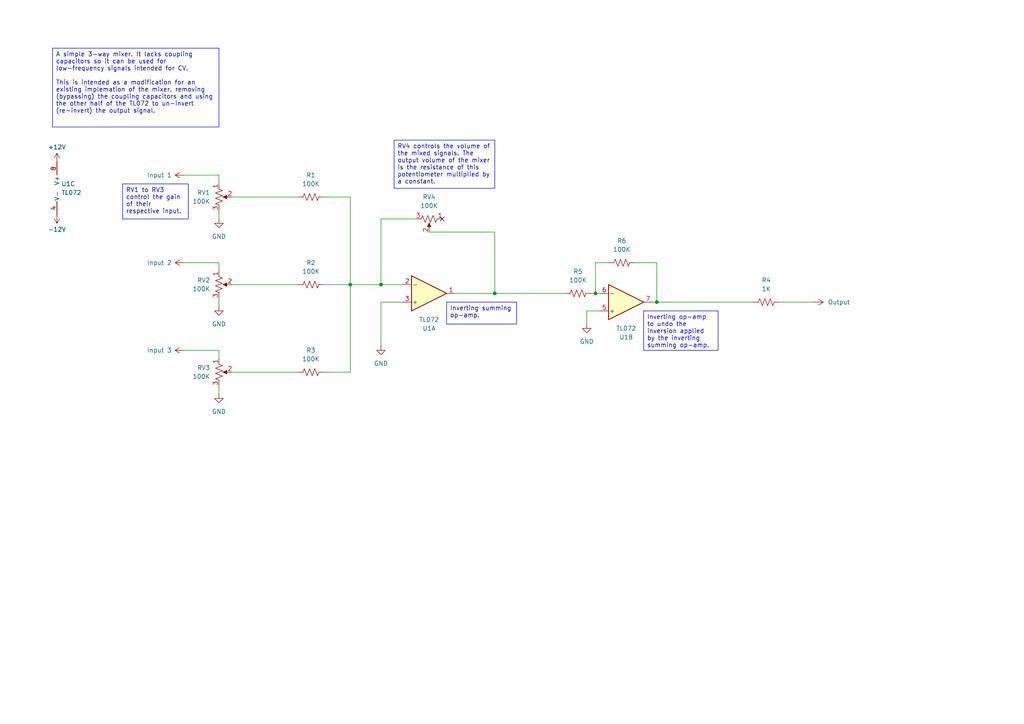
<source format=kicad_sch>
(kicad_sch (version 20231120) (generator "eeschema") (generator_version "8.0")
  (paper "A4")
  (lib_symbols
    (symbol "Amplifier_Operational:TL072" (pin_names (offset 0.127))
      (property "Reference" "U" (at 0 5.08 0))
      (property "Value" "TL072" (at 0 -5.08 0))
      (symbol "TL072_1_1"
        (polyline (pts (xy -5.08 5.08) (xy 5.08 0) (xy -5.08 -5.08) (xy -5.08 5.08)) (stroke (width 0.254)) (fill (type background)))
        (pin output line (at 7.62 0 180) (length 2.54) (name "~") (number "1"))
        (pin input line (at -7.62 -2.54 0) (length 2.54) (name "-") (number "2"))
        (pin input line (at -7.62 2.54 0) (length 2.54) (name "+") (number "3"))
      )
      (symbol "TL072_2_1"
        (polyline (pts (xy -5.08 5.08) (xy 5.08 0) (xy -5.08 -5.08) (xy -5.08 5.08)) (stroke (width 0.254)) (fill (type background)))
        (pin input line (at -7.62 2.54 0) (length 2.54) (name "+") (number "5"))
        (pin input line (at -7.62 -2.54 0) (length 2.54) (name "-") (number "6"))
        (pin output line (at 7.62 0 180) (length 2.54) (name "~") (number "7"))
      )
      (symbol "TL072_3_1"
        (pin power_in line (at -2.54 -7.62 90) (length 3.81) (name "V-") (number "4"))
        (pin power_in line (at -2.54 7.62 270) (length 3.81) (name "V+") (number "8"))
      )
    )
    (symbol "Device:R_Potentiometer_US" (pin_names (offset 1.016) hide)
      (property "Reference" "RV" (at -4.445 0 90))
      (property "Value" "R_Potentiometer_US" (at -2.54 0 90))
      (symbol "R_Potentiometer_US_0_1"
        (polyline (pts (xy 0 -2.286) (xy 0 -2.54)))
        (polyline (pts (xy 0 2.54) (xy 0 2.286)))
        (polyline (pts (xy 2.54 0) (xy 1.524 0)))
        (polyline (pts (xy 1.143 0) (xy 2.286 0.508) (xy 2.286 -0.508) (xy 1.143 0)) (fill (type outline)))
        (polyline (pts (xy 0 -0.762) (xy 1.016 -1.143) (xy 0 -1.524) (xy -1.016 -1.905) (xy 0 -2.286)))
        (polyline (pts (xy 0 0.762) (xy 1.016 0.381) (xy 0 0) (xy -1.016 -0.381) (xy 0 -0.762)))
        (polyline (pts (xy 0 2.286) (xy 1.016 1.905) (xy 0 1.524) (xy -1.016 1.143) (xy 0 0.762)))
      )
      (symbol "R_Potentiometer_US_1_1"
        (pin passive line (at 0 3.81 270) (length 1.27) (name "1") (number "1"))
        (pin passive line (at 3.81 0 180) (length 1.27) (name "2") (number "2"))
        (pin passive line (at 0 -3.81 90) (length 1.27) (name "3") (number "3"))
      )
    )
    (symbol "Device:R_US" (pin_numbers hide) (pin_names (offset 0))
      (property "Reference" "R" (at 2.54 0 90))
      (property "Value" "R_US" (at -2.54 0 90))
      (symbol "R_US_0_1"
        (polyline (pts (xy 0 -2.286) (xy 0 -2.54)))
        (polyline (pts (xy 0 2.286) (xy 0 2.54)))
        (polyline (pts (xy 0 -0.762) (xy 1.016 -1.143) (xy 0 -1.524) (xy -1.016 -1.905) (xy 0 -2.286)))
        (polyline (pts (xy 0 0.762) (xy 1.016 0.381) (xy 0 0) (xy -1.016 -0.381) (xy 0 -0.762)))
        (polyline (pts (xy 0 2.286) (xy 1.016 1.905) (xy 0 1.524) (xy -1.016 1.143) (xy 0 0.762)))
      )
      (symbol "R_US_1_1"
        (pin passive line (at 0 3.81 270) (length 1.27) (name "~") (number "1"))
        (pin passive line (at 0 -3.81 90) (length 1.27) (name "~") (number "2"))
      )
    )
    (symbol "power:GND" (power) (pin_numbers hide) (pin_names (offset 0) hide)
      (property "Value" "GND" (at 0 -3.81 0))
      (symbol "GND_0_1"
        (polyline (pts (xy 0 0) (xy 0 -1.27) (xy 1.27 -1.27) (xy 0 -2.54) (xy -1.27 -1.27) (xy 0 -1.27)))
      )
      (symbol "GND_1_1"
        (pin power_in line (at 0 0 270) (length 0) (name "~") (number "1"))
      )
    )
    (symbol "power:VAA" (power) (pin_numbers hide) (pin_names (offset 0) hide)
      (property "Value" "VAA" (at 0 3.556 0))
      (symbol "VAA_0_1"
        (polyline (pts (xy -0.762 1.27) (xy 0 2.54)))
        (polyline (pts (xy 0 0) (xy 0 2.54)))
        (polyline (pts (xy 0 2.54) (xy 0.762 1.27)))
      )
      (symbol "VAA_1_1"
        (pin power_in line (at 0 0 90) (length 0) (name "~") (number "1"))
      )
    )
  )
  (junction (at 190.5 87.63))
  (junction (at 110.49 82.55))
  (junction (at 172.72 85.09))
  (junction (at 143.51 85.09))
  (junction (at 101.6 82.55))
  (no_connect (at 128.27 63.5))
  (wire (pts (xy 110.49 63.5) (xy 110.49 82.55)))
  (wire (pts (xy 190.5 87.63) (xy 218.44 87.63)))
  (wire (pts (xy 63.5 101.6) (xy 63.5 104.14)))
  (wire (pts (xy 67.31 57.15) (xy 86.36 57.15)))
  (wire (pts (xy 172.72 85.09) (xy 173.99 85.09)))
  (wire (pts (xy 93.98 57.15) (xy 101.6 57.15)))
  (wire (pts (xy 226.06 87.63) (xy 236.22 87.63)))
  (wire (pts (xy 53.34 50.8) (xy 63.5 50.8)))
  (wire (pts (xy 53.34 101.6) (xy 63.5 101.6)))
  (wire (pts (xy 67.31 107.95) (xy 86.36 107.95)))
  (wire (pts (xy 101.6 82.55) (xy 110.49 82.55)))
  (wire (pts (xy 120.65 63.5) (xy 110.49 63.5)))
  (wire (pts (xy 143.51 85.09) (xy 132.08 85.09)))
  (wire (pts (xy 143.51 67.31) (xy 143.51 85.09)))
  (wire (pts (xy 184.15 76.2) (xy 190.5 76.2)))
  (wire (pts (xy 173.99 90.17) (xy 170.18 90.17)))
  (wire (pts (xy 101.6 82.55) (xy 101.6 107.95)))
  (wire (pts (xy 172.72 76.2) (xy 172.72 85.09)))
  (wire (pts (xy 124.46 67.31) (xy 143.51 67.31)))
  (wire (pts (xy 63.5 76.2) (xy 63.5 78.74)))
  (wire (pts (xy 171.45 85.09) (xy 172.72 85.09)))
  (wire (pts (xy 63.5 111.76) (xy 63.5 114.3)))
  (wire (pts (xy 53.34 76.2) (xy 63.5 76.2)))
  (wire (pts (xy 101.6 57.15) (xy 101.6 82.55)))
  (wire (pts (xy 63.5 60.96) (xy 63.5 63.5)))
  (wire (pts (xy 63.5 86.36) (xy 63.5 88.9)))
  (wire (pts (xy 190.5 87.63) (xy 189.23 87.63)))
  (wire (pts (xy 93.98 82.55) (xy 101.6 82.55)))
  (wire (pts (xy 67.31 82.55) (xy 86.36 82.55)))
  (wire (pts (xy 116.84 87.63) (xy 110.49 87.63)))
  (wire (pts (xy 176.53 76.2) (xy 172.72 76.2)))
  (wire (pts (xy 190.5 76.2) (xy 190.5 87.63)))
  (wire (pts (xy 63.5 50.8) (xy 63.5 53.34)))
  (wire (pts (xy 110.49 82.55) (xy 116.84 82.55)))
  (wire (pts (xy 143.51 85.09) (xy 163.83 85.09)))
  (wire (pts (xy 101.6 107.95) (xy 93.98 107.95)))
  (wire (pts (xy 110.49 87.63) (xy 110.49 100.33)))
  (wire (pts (xy 170.18 90.17) (xy 170.18 93.98)))
  (text_box "Inverting op-amp to undo the inversion applied by the inverting summing op-amp." (at 186.69 90.17 0) (size 21.59 11.43) (effects (font (size 1.27 1.27)) (justify left top)))
  (text_box "Inverting summing op-amp." (at 129.54 87.63 0) (size 20.32 6.35) (effects (font (size 1.27 1.27)) (justify left top)))
  (text_box "RV1 to RV3 control the gain of their respective input." (at 35.56 53.34 0) (size 19.05 10.16) (effects (font (size 1.27 1.27)) (justify left top)))
  (text_box "RV4 controls the volume of the mixed signals. The output volume of the mixer is the resistance of this potentiometer multiplied by a constant." (at 114.3 40.64 0) (size 29.21 13.97) (effects (font (size 1.27 1.27)) (justify left top)))
  (text_box "A simple 3-way mixer. It lacks coupling capacitors so it can be used for low-frequency signals intended for CV.\n\nThis is intended as a modification for an existing implemation of the mixer, removing (bypassing) the coupling capacitors and using the other half of the TL072 to un-invert (re-invert) the output signal." (at 15.24 13.97 0) (size 48.26 22.86) (effects (font (size 1.27 1.27)) (justify left top)))
  (symbol (lib_id "Device:R_US") (at 90.17 107.95 90) (unit 1)
    (property "Reference" "R3" (at 90.17 101.6 90))
    (property "Value" "100K" (at 90.17 104.14 90))
    (property "Description" "Resistor, US symbol" (effects (hide yes)))
  )
  (symbol (lib_id "power:VAA") (at 53.34 101.6 90) (unit 1)
    (property "Reference" "#PWR05" (effects (hide yes)))
    (property "Value" "Input 3" (at 46.228 101.6 90))
    (property "Description" "Power symbol creates a global label with name \"VAA\"" (effects (hide yes)))
  )
  (symbol (lib_id "power:VAA") (at 16.51 46.99 0) (unit 1)
    (property "Reference" "#PWR010" (effects (hide yes)))
    (property "Value" "+12V" (at 16.51 42.672 0))
    (property "Description" "Power symbol creates a global label with name \"VAA\"" (effects (hide yes)))
  )
  (symbol (lib_id "Device:R_Potentiometer_US") (at 124.46 63.5 270) (unit 1)
    (property "Reference" "RV4" (at 124.46 57.15 90))
    (property "Value" "100K" (at 124.46 59.69 90))
    (property "Description" "Potentiometer, US symbol" (effects (hide yes)))
  )
  (symbol (lib_id "Device:R_US") (at 167.64 85.09 90) (unit 1)
    (property "Reference" "R5" (at 167.64 78.74 90))
    (property "Value" "100K" (at 167.64 81.28 90))
    (property "Description" "Resistor, US symbol" (effects (hide yes)))
  )
  (symbol (lib_id "Device:R_Potentiometer_US") (at 63.5 107.95 0) (unit 1)
    (property "Reference" "RV3" (at 60.96 106.6799 0) (effects (justify right)))
    (property "Value" "100K" (at 60.96 109.2199 0) (effects (justify right)))
    (property "Description" "Potentiometer, US symbol" (effects (hide yes)))
  )
  (symbol (lib_id "power:VAA") (at 236.22 87.63 270) (unit 1)
    (property "Reference" "#PWR09" (effects (hide yes)))
    (property "Value" "Output" (at 243.332 87.63 90))
    (property "Description" "Power symbol creates a global label with name \"VAA\"" (effects (hide yes)))
  )
  (symbol (lib_id "Amplifier_Operational:TL072") (at 124.46 85.09 0) (mirror x) (unit 1)
    (property "Reference" "U1" (at 124.46 95.25 0))
    (property "Value" "TL072" (at 124.46 92.71 0))
    (property "Datasheet" "http://www.ti.com/lit/ds/symlink/tl071.pdf" (effects (hide yes)))
    (property "Description" "Dual Low-Noise JFET-Input Operational Amplifiers, DIP-8/SOIC-8" (effects (hide yes)))
  )
  (symbol (lib_id "Device:R_Potentiometer_US") (at 63.5 57.15 0) (unit 1)
    (property "Reference" "RV1" (at 60.96 55.8799 0) (effects (justify right)))
    (property "Value" "100K" (at 60.96 58.4199 0) (effects (justify right)))
    (property "Description" "Potentiometer, US symbol" (effects (hide yes)))
  )
  (symbol (lib_id "power:GND") (at 63.5 114.3 0) (unit 1)
    (property "Reference" "#PWR06" (effects (hide yes)))
    (property "Value" "GND" (at 63.5 119.38 0))
    (property "Description" "Power symbol creates a global label with name \"GND\" , ground" (effects (hide yes)))
  )
  (symbol (lib_id "power:VAA") (at 53.34 50.8 90) (unit 1)
    (property "Reference" "#PWR01" (effects (hide yes)))
    (property "Value" "Input 1" (at 46.228 50.8 90))
    (property "Description" "Power symbol creates a global label with name \"VAA\"" (effects (hide yes)))
  )
  (symbol (lib_id "power:GND") (at 63.5 63.5 0) (unit 1)
    (property "Reference" "#PWR04" (effects (hide yes)))
    (property "Value" "GND" (at 63.5 68.58 0))
    (property "Description" "Power symbol creates a global label with name \"GND\" , ground" (effects (hide yes)))
  )
  (symbol (lib_id "power:GND") (at 170.18 93.98 0) (unit 1)
    (property "Reference" "#PWR08" (effects (hide yes)))
    (property "Value" "GND" (at 170.18 99.06 0))
    (property "Description" "Power symbol creates a global label with name \"GND\" , ground" (effects (hide yes)))
  )
  (symbol (lib_id "Amplifier_Operational:TL072") (at 19.05 54.61 0) (unit 3)
    (property "Reference" "U1" (at 17.78 53.3399 0) (effects (justify left)))
    (property "Value" "TL072" (at 17.78 55.8799 0) (effects (justify left)))
    (property "Datasheet" "http://www.ti.com/lit/ds/symlink/tl071.pdf" (effects (hide yes)))
    (property "Description" "Dual Low-Noise JFET-Input Operational Amplifiers, DIP-8/SOIC-8" (effects (hide yes)))
  )
  (symbol (lib_id "Device:R_US") (at 90.17 57.15 90) (unit 1)
    (property "Reference" "R1" (at 90.17 50.8 90))
    (property "Value" "100K" (at 90.17 53.34 90))
    (property "Description" "Resistor, US symbol" (effects (hide yes)))
  )
  (symbol (lib_id "power:GND") (at 110.49 100.33 0) (unit 1)
    (property "Reference" "#PWR07" (effects (hide yes)))
    (property "Value" "GND" (at 110.49 105.41 0))
    (property "Description" "Power symbol creates a global label with name \"GND\" , ground" (effects (hide yes)))
  )
  (symbol (lib_id "power:VAA") (at 16.51 62.23 180) (unit 1)
    (property "Reference" "#PWR011" (effects (hide yes)))
    (property "Value" "-12V" (at 16.51 66.548 0))
    (property "Description" "Power symbol creates a global label with name \"VAA\"" (effects (hide yes)))
  )
  (symbol (lib_id "Device:R_US") (at 90.17 82.55 90) (unit 1)
    (property "Reference" "R2" (at 90.17 76.2 90))
    (property "Value" "100K" (at 90.17 78.74 90))
    (property "Description" "Resistor, US symbol" (effects (hide yes)))
  )
  (symbol (lib_id "Device:R_US") (at 180.34 76.2 90) (unit 1)
    (property "Reference" "R6" (at 180.34 69.85 90))
    (property "Value" "100K" (at 180.34 72.39 90))
    (property "Description" "Resistor, US symbol" (effects (hide yes)))
  )
  (symbol (lib_id "Device:R_US") (at 222.25 87.63 90) (unit 1)
    (property "Reference" "R4" (at 222.25 81.28 90))
    (property "Value" "1K" (at 222.25 83.82 90))
    (property "Description" "Resistor, US symbol" (effects (hide yes)))
  )
  (symbol (lib_id "Device:R_Potentiometer_US") (at 63.5 82.55 0) (unit 1)
    (property "Reference" "RV2" (at 60.96 81.2799 0) (effects (justify right)))
    (property "Value" "100K" (at 60.96 83.8199 0) (effects (justify right)))
    (property "Description" "Potentiometer, US symbol" (effects (hide yes)))
  )
  (symbol (lib_id "power:VAA") (at 53.34 76.2 90) (unit 1)
    (property "Reference" "#PWR02" (effects (hide yes)))
    (property "Value" "Input 2" (at 46.228 76.2 90))
    (property "Description" "Power symbol creates a global label with name \"VAA\"" (effects (hide yes)))
  )
  (symbol (lib_id "Amplifier_Operational:TL072") (at 181.61 87.63 0) (mirror x) (unit 2)
    (property "Reference" "U1" (at 181.61 97.79 0))
    (property "Value" "TL072" (at 181.61 95.25 0))
    (property "Datasheet" "http://www.ti.com/lit/ds/symlink/tl071.pdf" (effects (hide yes)))
    (property "Description" "Dual Low-Noise JFET-Input Operational Amplifiers, DIP-8/SOIC-8" (effects (hide yes)))
  )
  (symbol (lib_id "power:GND") (at 63.5 88.9 0) (unit 1)
    (property "Reference" "#PWR03" (effects (hide yes)))
    (property "Value" "GND" (at 63.5 93.98 0))
    (property "Description" "Power symbol creates a global label with name \"GND\" , ground" (effects (hide yes)))
  )
)
</source>
